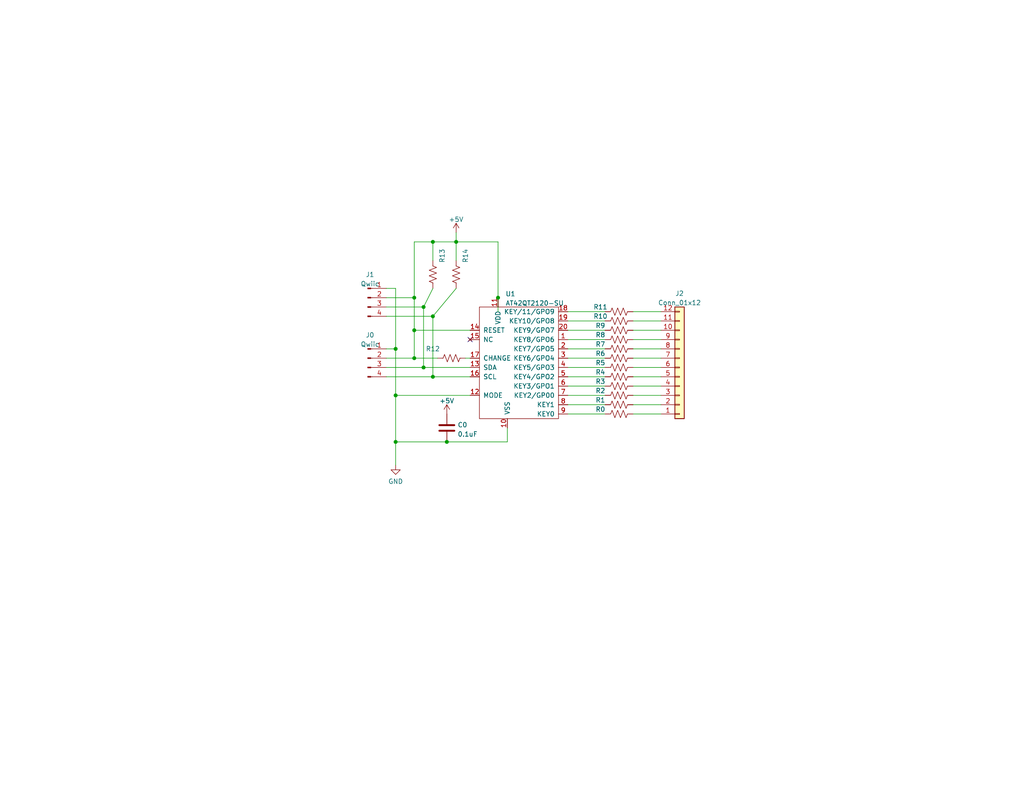
<source format=kicad_sch>
(kicad_sch (version 20211123) (generator eeschema)
  (paper "USLetter")
  (title_block (title "Uileann Touch Pads") (date "2022-04-30") (rev "1"))
  (lib_symbols
    (symbol "AT42QT2120:AT42QT2120-XU" (pin_names (offset 1.016))
      (property "Reference" "U" (at 1.27 33.02 0))
      (property "Value" "AT42QT2120-XU" (at 11.43 -1.27 0))
      (symbol "AT42QT2120-XU_0_1"
        (rectangle (start -6.35 30.48) (end 15.24 0))
      )
      (symbol "AT42QT2120-XU_1_1"
        (pin input line (at 17.78 21.59 180) (length 2.54) (name "KEY8/GPO6") (number "1"))
        (pin power_in line (at 1.27 -2.54 90) (length 2.54) (name "VSS") (number "10"))
        (pin power_in line (at -1.27 33.02 270) (length 2.54) (name "VDD") (number "11"))
        (pin input line (at -8.89 6.35 0) (length 2.54) (name "MODE") (number "12"))
        (pin bidirectional line (at -8.89 13.97 0) (length 2.54) (name "SDA") (number "13"))
        (pin input line (at -8.89 24.13 0) (length 2.54) (name "RESET") (number "14"))
        (pin no_connect line (at -8.89 21.59 0) (length 2.54) (name "NC") (number "15"))
        (pin bidirectional line (at -8.89 11.43 0) (length 2.54) (name "SCL") (number "16"))
        (pin output line (at -8.89 16.51 0) (length 2.54) (name "CHANGE") (number "17"))
        (pin input line (at 17.78 29.21 180) (length 2.54) (name "KEY/11/GPO9") (number "18"))
        (pin input line (at 17.78 26.67 180) (length 2.54) (name "KEY10/GPO8") (number "19"))
        (pin input line (at 17.78 19.05 180) (length 2.54) (name "KEY7/GPO5") (number "2"))
        (pin input line (at 17.78 24.13 180) (length 2.54) (name "KEY9/GPO7") (number "20"))
        (pin input line (at 17.78 16.51 180) (length 2.54) (name "KEY6/GPO4") (number "3"))
        (pin input line (at 17.78 13.97 180) (length 2.54) (name "KEY5/GPO3") (number "4"))
        (pin input line (at 17.78 11.43 180) (length 2.54) (name "KEY4/GPO2") (number "5"))
        (pin input line (at 17.78 8.89 180) (length 2.54) (name "KEY3/GPO1") (number "6"))
        (pin input line (at 17.78 6.35 180) (length 2.54) (name "KEY2/GP00") (number "7"))
        (pin input line (at 17.78 3.81 180) (length 2.54) (name "KEY1") (number "8"))
        (pin input line (at 17.78 1.27 180) (length 2.54) (name "KEY0") (number "9"))
      )
    )
    (symbol "Connector:Conn_01x04_Male" (pin_names (offset 1.016) hide)
      (property "Reference" "J" (at 0 5.08 0))
      (property "Value" "Conn_01x04_Male" (at 0 -7.62 0))
      (symbol "Conn_01x04_Male_1_1"
        (polyline (pts (xy 1.27 -5.08) (xy 0.8636 -5.08)) (stroke (width 0.1524)))
        (polyline (pts (xy 1.27 -2.54) (xy 0.8636 -2.54)) (stroke (width 0.1524)))
        (polyline (pts (xy 1.27 0) (xy 0.8636 0)) (stroke (width 0.1524)))
        (polyline (pts (xy 1.27 2.54) (xy 0.8636 2.54)) (stroke (width 0.1524)))
        (rectangle (start 0.8636 -4.953) (end 0 -5.207) (stroke (width 0.1524)) (fill (type outline)))
        (rectangle (start 0.8636 -2.413) (end 0 -2.667) (stroke (width 0.1524)) (fill (type outline)))
        (rectangle (start 0.8636 0.127) (end 0 -0.127) (stroke (width 0.1524)) (fill (type outline)))
        (rectangle (start 0.8636 2.667) (end 0 2.413) (stroke (width 0.1524)) (fill (type outline)))
        (pin passive line (at 5.08 2.54 180) (length 3.81) (name "Pin_1") (number "1"))
        (pin passive line (at 5.08 0 180) (length 3.81) (name "Pin_2") (number "2"))
        (pin passive line (at 5.08 -2.54 180) (length 3.81) (name "Pin_3") (number "3"))
        (pin passive line (at 5.08 -5.08 180) (length 3.81) (name "Pin_4") (number "4"))
      )
    )
    (symbol "Connector_Generic:Conn_01x12" (pin_names (offset 1.016) hide)
      (property "Reference" "J" (at 0 15.24 0))
      (property "Value" "Conn_01x12" (at 0 -17.78 0))
      (symbol "Conn_01x12_1_1"
        (rectangle (start -1.27 -15.113) (end 0 -15.367) (stroke (width 0.1524)))
        (rectangle (start -1.27 -12.573) (end 0 -12.827) (stroke (width 0.1524)))
        (rectangle (start -1.27 -10.033) (end 0 -10.287) (stroke (width 0.1524)))
        (rectangle (start -1.27 -7.493) (end 0 -7.747) (stroke (width 0.1524)))
        (rectangle (start -1.27 -4.953) (end 0 -5.207) (stroke (width 0.1524)))
        (rectangle (start -1.27 -2.413) (end 0 -2.667) (stroke (width 0.1524)))
        (rectangle (start -1.27 0.127) (end 0 -0.127) (stroke (width 0.1524)))
        (rectangle (start -1.27 2.667) (end 0 2.413) (stroke (width 0.1524)))
        (rectangle (start -1.27 5.207) (end 0 4.953) (stroke (width 0.1524)))
        (rectangle (start -1.27 7.747) (end 0 7.493) (stroke (width 0.1524)))
        (rectangle (start -1.27 10.287) (end 0 10.033) (stroke (width 0.1524)))
        (rectangle (start -1.27 12.827) (end 0 12.573) (stroke (width 0.1524)))
        (rectangle (start -1.27 13.97) (end 1.27 -16.51) (stroke (width 0.254)) (fill (type background)))
        (pin passive line (at -5.08 12.7 0) (length 3.81) (name "Pin_1") (number "1"))
        (pin passive line (at -5.08 -10.16 0) (length 3.81) (name "Pin_10") (number "10"))
        (pin passive line (at -5.08 -12.7 0) (length 3.81) (name "Pin_11") (number "11"))
        (pin passive line (at -5.08 -15.24 0) (length 3.81) (name "Pin_12") (number "12"))
        (pin passive line (at -5.08 10.16 0) (length 3.81) (name "Pin_2") (number "2"))
        (pin passive line (at -5.08 7.62 0) (length 3.81) (name "Pin_3") (number "3"))
        (pin passive line (at -5.08 5.08 0) (length 3.81) (name "Pin_4") (number "4"))
        (pin passive line (at -5.08 2.54 0) (length 3.81) (name "Pin_5") (number "5"))
        (pin passive line (at -5.08 0 0) (length 3.81) (name "Pin_6") (number "6"))
        (pin passive line (at -5.08 -2.54 0) (length 3.81) (name "Pin_7") (number "7"))
        (pin passive line (at -5.08 -5.08 0) (length 3.81) (name "Pin_8") (number "8"))
        (pin passive line (at -5.08 -7.62 0) (length 3.81) (name "Pin_9") (number "9"))
      )
    )
    (symbol "Device:C" (pin_numbers hide) (pin_names (offset 0.254))
      (property "Reference" "C" (at 0.635 2.54 0))
      (property "Value" "C" (at 0.635 -2.54 0))
      (symbol "C_0_1"
        (polyline (pts (xy -2.032 -0.762) (xy 2.032 -0.762)) (stroke (width 0.508)))
        (polyline (pts (xy -2.032 0.762) (xy 2.032 0.762)) (stroke (width 0.508)))
      )
      (symbol "C_1_1"
        (pin passive line (at 0 3.81 270) (length 2.794) (name "~") (number "1"))
        (pin passive line (at 0 -3.81 90) (length 2.794) (name "~") (number "2"))
      )
    )
    (symbol "Device:R_US" (pin_numbers hide) (pin_names (offset 0))
      (property "Reference" "R" (at 2.54 0 90))
      (property "Value" "R_US" (at -2.54 0 90))
      (symbol "R_US_0_1"
        (polyline (pts (xy 0 -2.286) (xy 0 -2.54)))
        (polyline (pts (xy 0 2.286) (xy 0 2.54)))
        (polyline (pts (xy 0 -0.762) (xy 1.016 -1.143) (xy 0 -1.524) (xy -1.016 -1.905) (xy 0 -2.286)))
        (polyline (pts (xy 0 0.762) (xy 1.016 0.381) (xy 0 0) (xy -1.016 -0.381) (xy 0 -0.762)))
        (polyline (pts (xy 0 2.286) (xy 1.016 1.905) (xy 0 1.524) (xy -1.016 1.143) (xy 0 0.762)))
      )
      (symbol "R_US_1_1"
        (pin passive line (at 0 3.81 270) (length 1.27) (name "~") (number "1"))
        (pin passive line (at 0 -3.81 90) (length 1.27) (name "~") (number "2"))
      )
    )
    (symbol "power:+5V" (power) (pin_names (offset 0))
      (property "Value" "+5V" (at 0 3.556 0))
      (symbol "+5V_0_1"
        (polyline (pts (xy -0.762 1.27) (xy 0 2.54)))
        (polyline (pts (xy 0 0) (xy 0 2.54)))
        (polyline (pts (xy 0 2.54) (xy 0.762 1.27)))
      )
      (symbol "+5V_1_1"
        (pin power_in line (at 0 0 90) (length 0) hide (name "+5V") (number "1"))
      )
    )
    (symbol "power:GND" (power) (pin_names (offset 0))
      (property "Value" "GND" (at 0 -3.81 0))
      (symbol "GND_0_1"
        (polyline (pts (xy 0 0) (xy 0 -1.27) (xy 1.27 -1.27) (xy 0 -2.54) (xy -1.27 -1.27) (xy 0 -1.27)))
      )
      (symbol "GND_1_1"
        (pin power_in line (at 0 0 270) (length 0) hide (name "GND") (number "1"))
      )
    )
  )
  (junction (at 118.11 102.87))
  (junction (at 118.11 66.04))
  (junction (at 107.95 120.65))
  (junction (at 118.11 86.36))
  (junction (at 113.03 81.28))
  (junction (at 113.03 90.17))
  (junction (at 135.89 81.28))
  (junction (at 115.57 100.33))
  (junction (at 121.92 120.65))
  (junction (at 113.03 97.79))
  (junction (at 115.57 83.82))
  (junction (at 107.95 95.25))
  (junction (at 107.95 107.95))
  (junction (at 124.46 66.04))
  (no_connect (at 128.27 92.71))
  (wire (pts (xy 115.57 100.33) (xy 128.27 100.33)))
  (wire (pts (xy 115.57 83.82) (xy 118.11 78.74)))
  (wire (pts (xy 115.57 100.33) (xy 115.57 83.82)))
  (wire (pts (xy 172.72 110.49) (xy 180.34 110.49)))
  (wire (pts (xy 118.11 86.36) (xy 124.46 78.74)))
  (wire (pts (xy 172.72 113.03) (xy 180.34 113.03)))
  (wire (pts (xy 105.41 86.36) (xy 118.11 86.36)))
  (wire (pts (xy 107.95 78.74) (xy 107.95 95.25)))
  (wire (pts (xy 127 97.79) (xy 128.27 97.79)))
  (wire (pts (xy 113.03 97.79) (xy 119.38 97.79)))
  (wire (pts (xy 135.89 66.04) (xy 124.46 66.04)))
  (wire (pts (xy 135.89 66.04) (xy 135.89 81.28)))
  (wire (pts (xy 105.41 83.82) (xy 115.57 83.82)))
  (wire (pts (xy 154.94 100.33) (xy 165.1 100.33)))
  (wire (pts (xy 124.46 66.04) (xy 118.11 66.04)))
  (wire (pts (xy 105.41 97.79) (xy 113.03 97.79)))
  (wire (pts (xy 172.72 92.71) (xy 180.34 92.71)))
  (wire (pts (xy 113.03 66.04) (xy 118.11 66.04)))
  (wire (pts (xy 113.03 81.28) (xy 113.03 90.17)))
  (wire (pts (xy 154.94 85.09) (xy 165.1 85.09)))
  (wire (pts (xy 172.72 95.25) (xy 180.34 95.25)))
  (wire (pts (xy 172.72 102.87) (xy 180.34 102.87)))
  (wire (pts (xy 154.94 110.49) (xy 165.1 110.49)))
  (wire (pts (xy 154.94 113.03) (xy 165.1 113.03)))
  (wire (pts (xy 107.95 107.95) (xy 128.27 107.95)))
  (wire (pts (xy 172.72 107.95) (xy 180.34 107.95)))
  (wire (pts (xy 124.46 66.04) (xy 124.46 71.12)))
  (wire (pts (xy 118.11 102.87) (xy 128.27 102.87)))
  (wire (pts (xy 172.72 90.17) (xy 180.34 90.17)))
  (wire (pts (xy 154.94 87.63) (xy 165.1 87.63)))
  (wire (pts (xy 172.72 87.63) (xy 180.34 87.63)))
  (wire (pts (xy 118.11 66.04) (xy 118.11 71.12)))
  (wire (pts (xy 105.41 102.87) (xy 118.11 102.87)))
  (wire (pts (xy 138.43 116.84) (xy 138.43 120.65)))
  (wire (pts (xy 135.89 81.28) (xy 135.89 85.09)))
  (wire (pts (xy 154.94 107.95) (xy 165.1 107.95)))
  (wire (pts (xy 172.72 97.79) (xy 180.34 97.79)))
  (wire (pts (xy 172.72 105.41) (xy 180.34 105.41)))
  (wire (pts (xy 113.03 97.79) (xy 113.03 90.17)))
  (wire (pts (xy 121.92 120.65) (xy 138.43 120.65)))
  (wire (pts (xy 105.41 95.25) (xy 107.95 95.25)))
  (wire (pts (xy 172.72 100.33) (xy 180.34 100.33)))
  (wire (pts (xy 105.41 100.33) (xy 115.57 100.33)))
  (wire (pts (xy 113.03 90.17) (xy 128.27 90.17)))
  (wire (pts (xy 107.95 107.95) (xy 107.95 120.65)))
  (wire (pts (xy 124.46 63.5) (xy 124.46 66.04)))
  (wire (pts (xy 107.95 120.65) (xy 121.92 120.65)))
  (wire (pts (xy 154.94 97.79) (xy 165.1 97.79)))
  (wire (pts (xy 113.03 66.04) (xy 113.03 81.28)))
  (wire (pts (xy 154.94 102.87) (xy 165.1 102.87)))
  (wire (pts (xy 118.11 102.87) (xy 118.11 86.36)))
  (wire (pts (xy 154.94 105.41) (xy 165.1 105.41)))
  (wire (pts (xy 154.94 90.17) (xy 165.1 90.17)))
  (wire (pts (xy 107.95 95.25) (xy 107.95 107.95)))
  (wire (pts (xy 172.72 85.09) (xy 180.34 85.09)))
  (wire (pts (xy 107.95 120.65) (xy 107.95 127)))
  (wire (pts (xy 105.41 78.74) (xy 107.95 78.74)))
  (wire (pts (xy 154.94 95.25) (xy 165.1 95.25)))
  (wire (pts (xy 105.41 81.28) (xy 113.03 81.28)))
  (wire (pts (xy 154.94 92.71) (xy 165.1 92.71)))
  (symbol (lib_id "Device:R_US") (at 124.46 74.93 180) (unit 1)
    (property "Reference" "R14" (at 127 69.85 90))
    (property "Value" "1k" (effects hide))
    (property "Footprint" "Resistor_SMD:R_0805_2012Metric_Pad1.20x1.40mm_HandSolder" (effects hide))
  )
  (symbol (lib_id "Device:R_US") (at 168.91 100.33 270) (unit 1)
    (property "Reference" "R5" (at 163.83 99.06 90))
    (property "Value" "4.7k" (effects hide))
    (property "Footprint" "Resistor_SMD:R_0805_2012Metric_Pad1.20x1.40mm_HandSolder" (effects hide))
  )
  (symbol (lib_id "Connector_Generic:Conn_01x12") (at 185.42 100.33 0) (mirror x) (unit 1)
    (property "Reference" "J2" (at 185.42 80.1202 0))
    (property "Value" "Conn_01x12" (at 185.42 82.6571 0))
    (property "Footprint" "Connector_PinHeader_2.54mm:PinHeader_1x12_P2.54mm_Vertical" (effects hide))
  )
  (symbol (lib_id "Device:R_US") (at 168.91 113.03 270) (unit 1)
    (property "Reference" "R0" (at 163.83 111.76 90))
    (property "Value" "4.7k" (effects hide))
    (property "Footprint" "Resistor_SMD:R_0805_2012Metric_Pad1.20x1.40mm_HandSolder" (effects hide))
  )
  (symbol (lib_id "Device:R_US") (at 168.91 107.95 270) (unit 1)
    (property "Reference" "R2" (at 163.83 106.68 90))
    (property "Value" "4.7k" (effects hide))
    (property "Footprint" "Resistor_SMD:R_0805_2012Metric_Pad1.20x1.40mm_HandSolder" (effects hide))
  )
  (symbol (lib_id "power:+5V") (at 124.46 63.5 0) (unit 1)
    (property "Reference" "#PWR0101" (effects hide))
    (property "Value" "+5V" (at 124.46 59.9242 0))
  )
  (symbol (lib_id "power:+5V") (at 121.92 113.03 0) (unit 1)
    (property "Reference" "#PWR0103" (effects hide))
    (property "Value" "+5V" (at 121.92 109.4542 0))
  )
  (symbol (lib_id "Device:R_US") (at 168.91 105.41 270) (unit 1)
    (property "Reference" "R3" (at 163.83 104.14 90))
    (property "Value" "4.7k" (effects hide))
    (property "Footprint" "Resistor_SMD:R_0805_2012Metric_Pad1.20x1.40mm_HandSolder" (effects hide))
  )
  (symbol (lib_id "Device:C") (at 121.92 116.84 0) (unit 1)
    (property "Reference" "C0" (at 124.841 116.0053 0) (effects (justify left)))
    (property "Value" "0.1uF" (at 124.841 118.5422 0) (effects (justify left)))
    (property "Footprint" "Capacitor_SMD:C_0805_2012Metric_Pad1.18x1.45mm_HandSolder" (effects hide))
  )
  (symbol (lib_id "Device:R_US") (at 168.91 95.25 270) (unit 1)
    (property "Reference" "R7" (at 163.83 93.98 90))
    (property "Value" "4.7k" (effects hide))
    (property "Footprint" "Resistor_SMD:R_0805_2012Metric_Pad1.20x1.40mm_HandSolder" (effects hide))
  )
  (symbol (lib_id "Device:R_US") (at 168.91 87.63 270) (unit 1)
    (property "Reference" "R10" (at 163.83 86.36 90))
    (property "Value" "4.7k" (effects hide))
    (property "Footprint" "Resistor_SMD:R_0805_2012Metric_Pad1.20x1.40mm_HandSolder" (effects hide))
  )
  (symbol (lib_id "Device:R_US") (at 168.91 102.87 270) (unit 1)
    (property "Reference" "R4" (at 163.83 101.6 90))
    (property "Value" "4.7k" (effects hide))
    (property "Footprint" "Resistor_SMD:R_0805_2012Metric_Pad1.20x1.40mm_HandSolder" (effects hide))
  )
  (symbol (lib_id "Device:R_US") (at 168.91 110.49 270) (unit 1)
    (property "Reference" "R1" (at 163.83 109.22 90))
    (property "Value" "4.7k" (effects hide))
    (property "Footprint" "Resistor_SMD:R_0805_2012Metric_Pad1.20x1.40mm_HandSolder" (effects hide))
  )
  (symbol (lib_id "Connector:Conn_01x04_Male") (at 100.33 97.79 0) (unit 1)
    (property "Reference" "J0" (at 100.965 91.474 0))
    (property "Value" "Qwiic" (at 100.965 94.0109 0))
    (property "Footprint" "Connector_JST:JST_SH_SM04B-SRSS-TB_1x04-1MP_P1.00mm_Horizontal" (effects hide))
  )
  (symbol (lib_id "Connector:Conn_01x04_Male") (at 100.33 81.28 0) (unit 1)
    (property "Reference" "J1" (at 100.965 74.964 0))
    (property "Value" "Qwiic" (at 100.965 77.5009 0))
    (property "Footprint" "Connector_JST:JST_SH_SM04B-SRSS-TB_1x04-1MP_P1.00mm_Horizontal" (effects hide))
  )
  (symbol (lib_id "power:GND") (at 107.95 127 0) (unit 1)
    (property "Reference" "#PWR0102" (effects hide))
    (property "Value" "GND" (at 107.95 131.4434 0))
  )
  (symbol (lib_id "Device:R_US") (at 123.19 97.79 270) (unit 1)
    (property "Reference" "R12" (at 118.11 95.25 90))
    (property "Value" "47k" (effects hide))
    (property "Footprint" "Resistor_SMD:R_0805_2012Metric_Pad1.20x1.40mm_HandSolder" (effects hide))
  )
  (symbol (lib_id "Device:R_US") (at 168.91 90.17 270) (unit 1)
    (property "Reference" "R9" (at 163.83 88.9 90))
    (property "Value" "4.7k" (effects hide))
    (property "Footprint" "Resistor_SMD:R_0805_2012Metric_Pad1.20x1.40mm_HandSolder" (effects hide))
  )
  (symbol (lib_id "Device:R_US") (at 168.91 92.71 270) (unit 1)
    (property "Reference" "R8" (at 163.83 91.44 90))
    (property "Value" "4.7k" (effects hide))
    (property "Footprint" "Resistor_SMD:R_0805_2012Metric_Pad1.20x1.40mm_HandSolder" (effects hide))
  )
  (symbol (lib_id "AT42QT2120:AT42QT2120-XU") (at 137.16 114.3 0) (unit 1)
    (property "Reference" "U1" (at 137.9094 80.2472 0) (effects (justify left)))
    (property "Value" "AT42QT2120-SU" (at 137.9094 82.7841 0) (effects (justify left)))
    (property "Footprint" "Package_SO:SOIC-20W_7.5x12.8mm_P1.27mm" (effects hide))
    (property "Datasheet" "http://ww1.microchip.com/downloads/en/devicedoc/doc9634.pdf" (effects hide))
  )
  (symbol (lib_id "Device:R_US") (at 168.91 97.79 270) (unit 1)
    (property "Reference" "R6" (at 163.83 96.52 90))
    (property "Value" "4.7k" (effects hide))
    (property "Footprint" "Resistor_SMD:R_0805_2012Metric_Pad1.20x1.40mm_HandSolder" (effects hide))
  )
  (symbol (lib_id "Device:R_US") (at 118.11 74.93 180) (unit 1)
    (property "Reference" "R13" (at 120.65 69.85 90))
    (property "Value" "1k" (effects hide))
    (property "Footprint" "Resistor_SMD:R_0805_2012Metric_Pad1.20x1.40mm_HandSolder" (effects hide))
  )
  (symbol (lib_id "Device:R_US") (at 168.91 85.09 270) (unit 1)
    (property "Reference" "R11" (at 163.83 83.82 90))
    (property "Value" "4.7k" (effects hide))
    (property "Footprint" "Resistor_SMD:R_0805_2012Metric_Pad1.20x1.40mm_HandSolder" (effects hide))
  )
)
</source>
